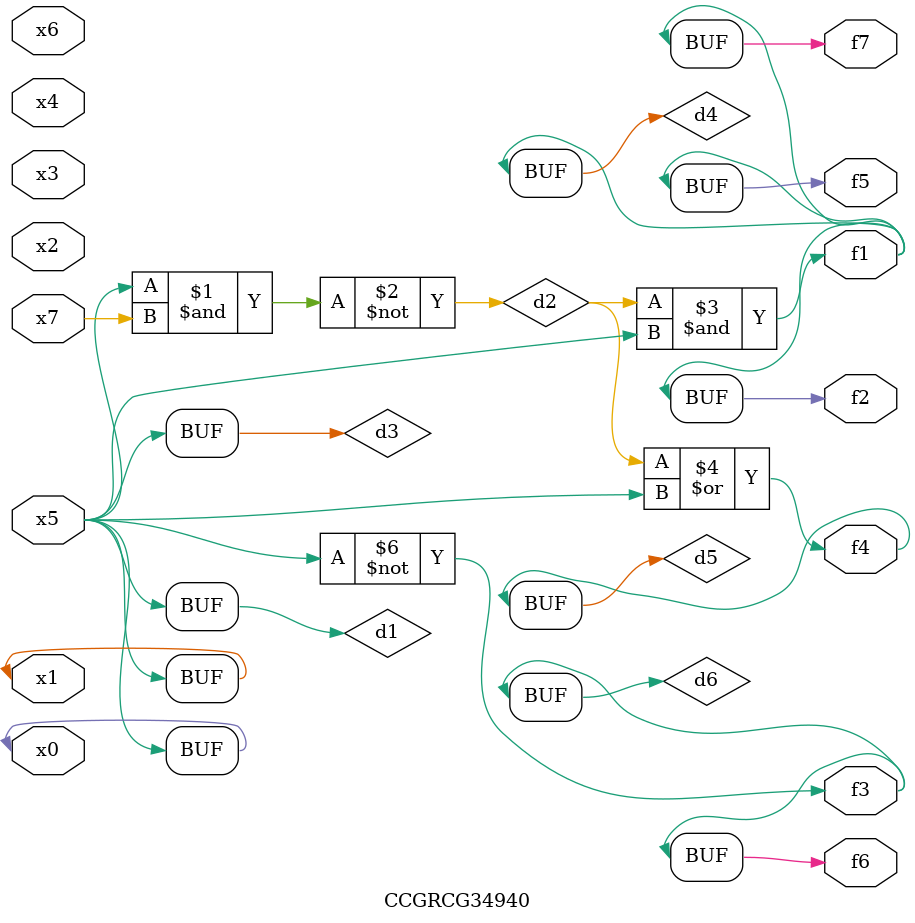
<source format=v>
module CCGRCG34940(
	input x0, x1, x2, x3, x4, x5, x6, x7,
	output f1, f2, f3, f4, f5, f6, f7
);

	wire d1, d2, d3, d4, d5, d6;

	buf (d1, x0, x5);
	nand (d2, x5, x7);
	buf (d3, x0, x1);
	and (d4, d2, d3);
	or (d5, d2, d3);
	nor (d6, d1, d3);
	assign f1 = d4;
	assign f2 = d4;
	assign f3 = d6;
	assign f4 = d5;
	assign f5 = d4;
	assign f6 = d6;
	assign f7 = d4;
endmodule

</source>
